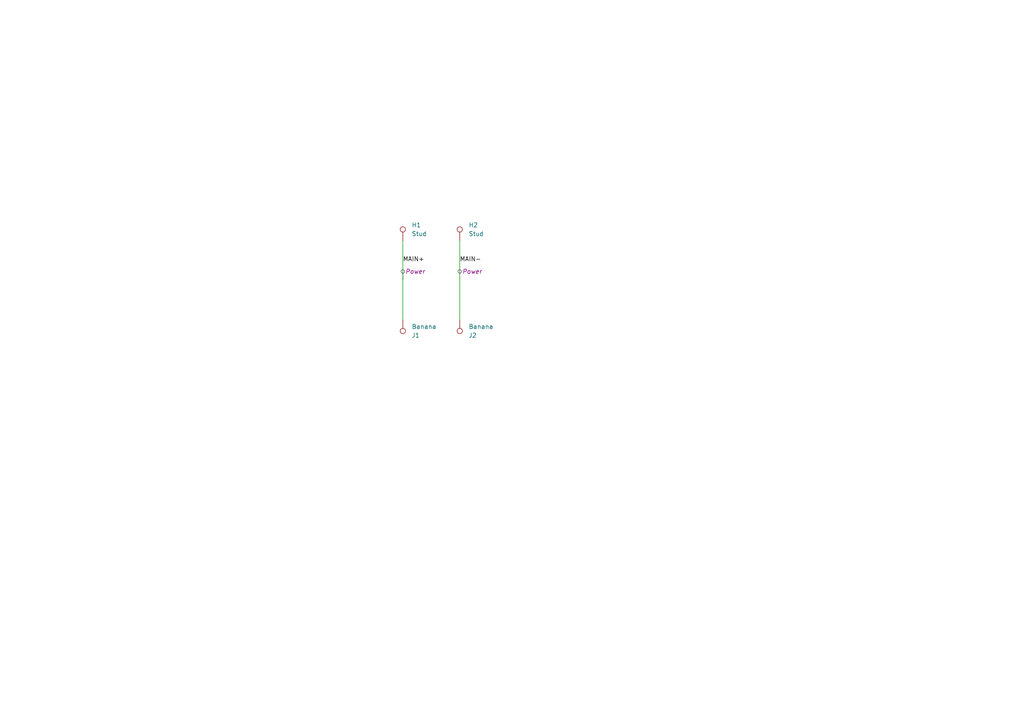
<source format=kicad_sch>
(kicad_sch (version 20230121) (generator eeschema)
  (paper "A4")
  (lib_symbols
    (symbol "Connector:TestPoint" (pin_numbers hide) (pin_names (offset 0.762) hide)
      (property "Reference" "TP" (at 0 6.858 0))
      (property "Value" "TestPoint" (at 0 5.08 0))
      (symbol "TestPoint_0_1"
        (circle (center 0 3.302) (radius 0.762))
      )
      (symbol "TestPoint_1_1"
        (pin passive line (at 0 0 90) (length 2.54) (name "1") (number "1"))
      )
    )
  )
  (wire (pts (xy 116.84 69.85) (xy 116.84 92.71)))
  (wire (pts (xy 133.35 69.85) (xy 133.35 92.71)))
  (label "MAIN-" (at 133.35 76.2 0))
  (label "MAIN+" (at 116.84 76.2 0))
  (netclass_flag "" (length 2.54) (shape round) (at 133.35 81.28 0) (property "Netclass" "Power" (at 134.0485 78.74 0) (effects (font italic) (justify left))))
  (netclass_flag "" (length 2.54) (shape round) (at 116.84 81.28 0) (property "Netclass" "Power" (at 117.5385 78.74 0) (effects (font italic) (justify left))))
  (symbol (lib_id "Connector:TestPoint") (at 116.84 92.71 0) (mirror x) (unit 1)
    (property "Reference" "J1" (at 119.38 97.282 0) (effects (justify left)))
    (property "Value" "Banana" (at 119.38 94.742 0) (effects (justify left)))
    (property "Footprint" "Library-Connectors:Pomona_73096_4mm_Safety_jack" (effects hide))
  )
  (symbol (lib_id "Connector:TestPoint") (at 133.35 69.85 0) (unit 1)
    (property "Reference" "H2" (at 135.89 65.278 0) (effects (justify left)))
    (property "Value" "Stud" (at 135.89 67.818 0) (effects (justify left)))
    (property "Footprint" "Library-Connectors:M6_Binding_Stud" (effects hide))
  )
  (symbol (lib_id "Connector:TestPoint") (at 116.84 69.85 0) (unit 1)
    (property "Reference" "H1" (at 119.38 65.278 0) (effects (justify left)))
    (property "Value" "Stud" (at 119.38 67.818 0) (effects (justify left)))
    (property "Footprint" "Library-Connectors:M6_Binding_Stud" (effects hide))
  )
  (symbol (lib_id "Connector:TestPoint") (at 133.35 92.71 0) (mirror x) (unit 1)
    (property "Reference" "J2" (at 135.89 97.282 0) (effects (justify left)))
    (property "Value" "Banana" (at 135.89 94.742 0) (effects (justify left)))
    (property "Footprint" "Library-Connectors:Pomona_73096_4mm_Safety_jack" (effects hide))
  )
)
</source>
